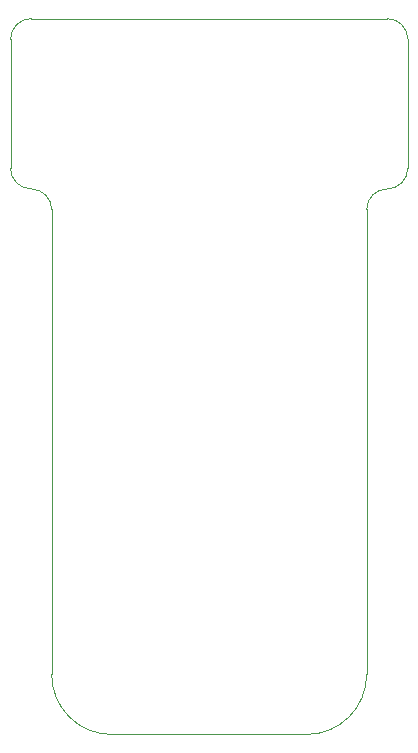
<source format=gm1>
%TF.GenerationSoftware,KiCad,Pcbnew,8.0.3*%
%TF.CreationDate,2024-06-17T16:28:42+02:00*%
%TF.ProjectId,RS232,52533233-322e-46b6-9963-61645f706362,V0*%
%TF.SameCoordinates,PX6d01460PY32de760*%
%TF.FileFunction,Profile,NP*%
%FSLAX46Y46*%
G04 Gerber Fmt 4.6, Leading zero omitted, Abs format (unit mm)*
G04 Created by KiCad (PCBNEW 8.0.3) date 2024-06-17 16:28:42*
%MOMM*%
%LPD*%
G01*
G04 APERTURE LIST*
%TA.AperFunction,Profile*%
%ADD10C,0.100000*%
%TD*%
G04 APERTURE END LIST*
D10*
X28244422Y3608238D02*
G75*
G02*
X26503803Y1867578I-1740622J-38D01*
G01*
X26503803Y16293381D02*
G75*
G02*
X28244381Y14552762I-3J-1740581D01*
G01*
X-3643802Y16293380D02*
X26503803Y16293381D01*
X-3643802Y1867620D02*
G75*
G02*
X-5384380Y3608239I2J1740580D01*
G01*
X3175001Y-44322999D02*
G75*
G02*
X-1904999Y-39242999I-1J5079999D01*
G01*
X-3643802Y1867620D02*
G75*
G02*
X-1903180Y127001I2J-1740620D01*
G01*
X28244422Y3608238D02*
X28244422Y14552762D01*
X19685001Y-44322999D02*
X3175001Y-44322999D01*
X24765000Y-39243000D02*
G75*
G02*
X19685001Y-44323000I-5080000J0D01*
G01*
X-5384421Y3608239D02*
X-5384421Y14552763D01*
X24763184Y127000D02*
X24765000Y-39243000D01*
X24763184Y127000D02*
G75*
G02*
X26503803Y1867616I1740616J0D01*
G01*
X-1903183Y127001D02*
X-1904999Y-39242999D01*
X-5384421Y14552763D02*
G75*
G02*
X-3643802Y16293321I1740521J37D01*
G01*
M02*

</source>
